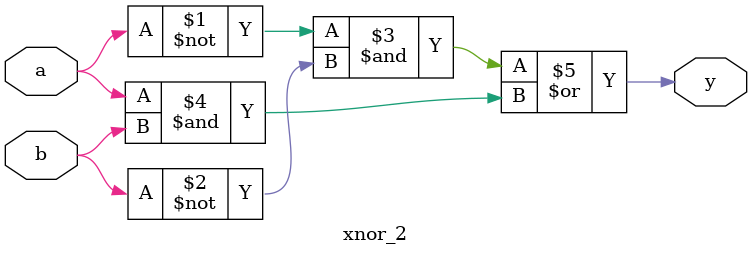
<source format=v>
`timescale 1ns / 1ps
module xnor_2(input a,b,output y);
assign y=((~a)&(~b))|(a&b);
endmodule

</source>
